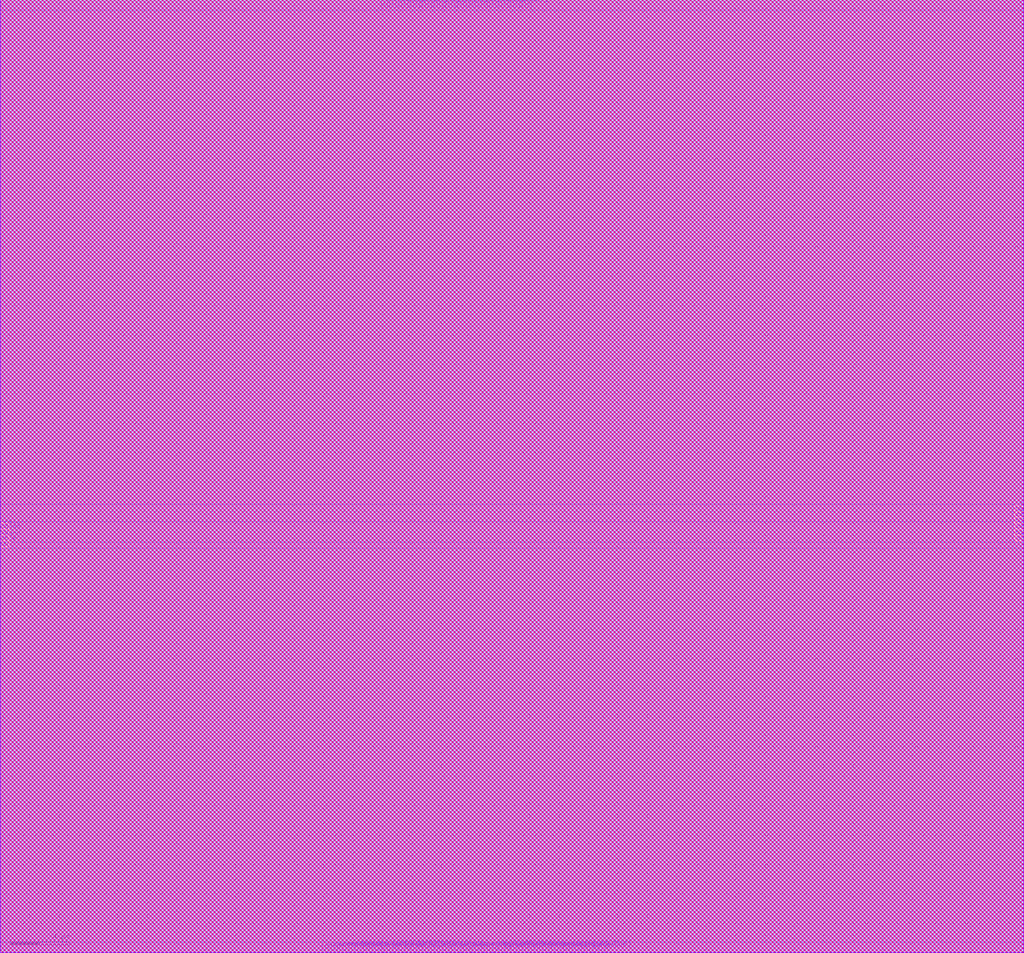
<source format=lef>
##
## LEF for PtnCells ;
## created by Innovus v20.11-s130_1 on Wed Jan  8 22:03:52 2025
##

VERSION 5.8 ;

BUSBITCHARS "[]" ;
DIVIDERCHAR "/" ;

MACRO BATCHARGER_controller
  CLASS BLOCK ;
  SIZE 69.600000 BY 64.800000 ;
  FOREIGN BATCHARGER_controller 0.000000 0.000000 ;
  ORIGIN 0 0 ;
  SYMMETRY X Y R90 ;
  PIN cc
    DIRECTION OUTPUT ;
    USE SIGNAL ;
    PORT
      LAYER metal3 ;
        RECT 69.080000 30.100000 69.600000 30.300000 ;
    END
  END cc
  PIN tc
    DIRECTION OUTPUT ;
    USE SIGNAL ;
    PORT
      LAYER metal3 ;
        RECT 69.080000 29.300000 69.600000 29.500000 ;
    END
  END tc
  PIN cv
    DIRECTION OUTPUT ;
    USE SIGNAL ;
    PORT
      LAYER metal3 ;
        RECT 69.080000 29.700000 69.600000 29.900000 ;
    END
  END cv
  PIN imonen
    DIRECTION OUTPUT ;
    USE SIGNAL ;
    PORT
      LAYER metal3 ;
        RECT 69.080000 28.900000 69.600000 29.100000 ;
    END
  END imonen
  PIN vmonen
    DIRECTION OUTPUT ;
    USE SIGNAL ;
    PORT
      LAYER metal3 ;
        RECT 69.080000 28.100000 69.600000 28.300000 ;
    END
  END vmonen
  PIN tmonen
    DIRECTION OUTPUT ;
    USE SIGNAL ;
    PORT
      LAYER metal3 ;
        RECT 69.080000 28.500000 69.600000 28.700000 ;
    END
  END tmonen
  PIN vtok
    DIRECTION INPUT ;
    USE SIGNAL ;
    PORT
      LAYER metal2 ;
        RECT 35.700000 64.280000 35.900000 64.800000 ;
    END
  END vtok
  PIN vbat[7]
    DIRECTION INPUT ;
    USE SIGNAL ;
    PORT
      LAYER metal2 ;
        RECT 35.300000 64.280000 35.500000 64.800000 ;
    END
  END vbat[7]
  PIN vbat[6]
    DIRECTION INPUT ;
    USE SIGNAL ;
    PORT
      LAYER metal2 ;
        RECT 34.900000 64.280000 35.100000 64.800000 ;
    END
  END vbat[6]
  PIN vbat[5]
    DIRECTION INPUT ;
    USE SIGNAL ;
    PORT
      LAYER metal2 ;
        RECT 34.500000 64.280000 34.700000 64.800000 ;
    END
  END vbat[5]
  PIN vbat[4]
    DIRECTION INPUT ;
    USE SIGNAL ;
    PORT
      LAYER metal2 ;
        RECT 34.100000 64.280000 34.300000 64.800000 ;
    END
  END vbat[4]
  PIN vbat[3]
    DIRECTION INPUT ;
    USE SIGNAL ;
    PORT
      LAYER metal2 ;
        RECT 33.700000 64.280000 33.900000 64.800000 ;
    END
  END vbat[3]
  PIN vbat[2]
    DIRECTION INPUT ;
    USE SIGNAL ;
    PORT
      LAYER metal2 ;
        RECT 33.300000 64.280000 33.500000 64.800000 ;
    END
  END vbat[2]
  PIN vbat[1]
    DIRECTION INPUT ;
    USE SIGNAL ;
    PORT
      LAYER metal2 ;
        RECT 32.900000 64.280000 33.100000 64.800000 ;
    END
  END vbat[1]
  PIN vbat[0]
    DIRECTION INPUT ;
    USE SIGNAL ;
    PORT
      LAYER metal2 ;
        RECT 32.500000 64.280000 32.700000 64.800000 ;
    END
  END vbat[0]
  PIN ibat[7]
    DIRECTION INPUT ;
    USE SIGNAL ;
    PORT
      LAYER metal2 ;
        RECT 28.900000 64.280000 29.100000 64.800000 ;
    END
  END ibat[7]
  PIN ibat[6]
    DIRECTION INPUT ;
    USE SIGNAL ;
    PORT
      LAYER metal2 ;
        RECT 28.500000 64.280000 28.700000 64.800000 ;
    END
  END ibat[6]
  PIN ibat[5]
    DIRECTION INPUT ;
    USE SIGNAL ;
    PORT
      LAYER metal2 ;
        RECT 28.100000 64.280000 28.300000 64.800000 ;
    END
  END ibat[5]
  PIN ibat[4]
    DIRECTION INPUT ;
    USE SIGNAL ;
    PORT
      LAYER metal2 ;
        RECT 27.700000 64.280000 27.900000 64.800000 ;
    END
  END ibat[4]
  PIN ibat[3]
    DIRECTION INPUT ;
    USE SIGNAL ;
    PORT
      LAYER metal2 ;
        RECT 27.300000 64.280000 27.500000 64.800000 ;
    END
  END ibat[3]
  PIN ibat[2]
    DIRECTION INPUT ;
    USE SIGNAL ;
    PORT
      LAYER metal2 ;
        RECT 26.900000 64.280000 27.100000 64.800000 ;
    END
  END ibat[2]
  PIN ibat[1]
    DIRECTION INPUT ;
    USE SIGNAL ;
    PORT
      LAYER metal2 ;
        RECT 26.500000 64.280000 26.700000 64.800000 ;
    END
  END ibat[1]
  PIN ibat[0]
    DIRECTION INPUT ;
    USE SIGNAL ;
    PORT
      LAYER metal2 ;
        RECT 26.100000 64.280000 26.300000 64.800000 ;
    END
  END ibat[0]
  PIN tbat[7]
    DIRECTION INPUT ;
    USE SIGNAL ;
    PORT
      LAYER metal2 ;
        RECT 32.100000 64.280000 32.300000 64.800000 ;
    END
  END tbat[7]
  PIN tbat[6]
    DIRECTION INPUT ;
    USE SIGNAL ;
    PORT
      LAYER metal2 ;
        RECT 31.700000 64.280000 31.900000 64.800000 ;
    END
  END tbat[6]
  PIN tbat[5]
    DIRECTION INPUT ;
    USE SIGNAL ;
    PORT
      LAYER metal2 ;
        RECT 31.300000 64.280000 31.500000 64.800000 ;
    END
  END tbat[5]
  PIN tbat[4]
    DIRECTION INPUT ;
    USE SIGNAL ;
    PORT
      LAYER metal2 ;
        RECT 30.900000 64.280000 31.100000 64.800000 ;
    END
  END tbat[4]
  PIN tbat[3]
    DIRECTION INPUT ;
    USE SIGNAL ;
    PORT
      LAYER metal2 ;
        RECT 30.500000 64.280000 30.700000 64.800000 ;
    END
  END tbat[3]
  PIN tbat[2]
    DIRECTION INPUT ;
    USE SIGNAL ;
    PORT
      LAYER metal2 ;
        RECT 30.100000 64.280000 30.300000 64.800000 ;
    END
  END tbat[2]
  PIN tbat[1]
    DIRECTION INPUT ;
    USE SIGNAL ;
    PORT
      LAYER metal2 ;
        RECT 29.700000 64.280000 29.900000 64.800000 ;
    END
  END tbat[1]
  PIN tbat[0]
    DIRECTION INPUT ;
    USE SIGNAL ;
    PORT
      LAYER metal2 ;
        RECT 29.300000 64.280000 29.500000 64.800000 ;
    END
  END tbat[0]
  PIN vcutoff[7]
    DIRECTION INPUT ;
    USE SIGNAL ;
    PORT
      LAYER metal2 ;
        RECT 25.300000 0.000000 25.500000 0.520000 ;
    END
  END vcutoff[7]
  PIN vcutoff[6]
    DIRECTION INPUT ;
    USE SIGNAL ;
    PORT
      LAYER metal2 ;
        RECT 25.700000 0.000000 25.900000 0.520000 ;
    END
  END vcutoff[6]
  PIN vcutoff[5]
    DIRECTION INPUT ;
    USE SIGNAL ;
    PORT
      LAYER metal2 ;
        RECT 26.100000 0.000000 26.300000 0.520000 ;
    END
  END vcutoff[5]
  PIN vcutoff[4]
    DIRECTION INPUT ;
    USE SIGNAL ;
    PORT
      LAYER metal2 ;
        RECT 26.500000 0.000000 26.700000 0.520000 ;
    END
  END vcutoff[4]
  PIN vcutoff[3]
    DIRECTION INPUT ;
    USE SIGNAL ;
    PORT
      LAYER metal2 ;
        RECT 26.900000 0.000000 27.100000 0.520000 ;
    END
  END vcutoff[3]
  PIN vcutoff[2]
    DIRECTION INPUT ;
    USE SIGNAL ;
    PORT
      LAYER metal2 ;
        RECT 27.300000 0.000000 27.500000 0.520000 ;
    END
  END vcutoff[2]
  PIN vcutoff[1]
    DIRECTION INPUT ;
    USE SIGNAL ;
    PORT
      LAYER metal2 ;
        RECT 27.700000 0.000000 27.900000 0.520000 ;
    END
  END vcutoff[1]
  PIN vcutoff[0]
    DIRECTION INPUT ;
    USE SIGNAL ;
    PORT
      LAYER metal2 ;
        RECT 28.100000 0.000000 28.300000 0.520000 ;
    END
  END vcutoff[0]
  PIN vpreset[7]
    DIRECTION INPUT ;
    USE SIGNAL ;
    PORT
      LAYER metal2 ;
        RECT 22.100000 0.000000 22.300000 0.520000 ;
    END
  END vpreset[7]
  PIN vpreset[6]
    DIRECTION INPUT ;
    USE SIGNAL ;
    PORT
      LAYER metal2 ;
        RECT 22.500000 0.000000 22.700000 0.520000 ;
    END
  END vpreset[6]
  PIN vpreset[5]
    DIRECTION INPUT ;
    USE SIGNAL ;
    PORT
      LAYER metal2 ;
        RECT 22.900000 0.000000 23.100000 0.520000 ;
    END
  END vpreset[5]
  PIN vpreset[4]
    DIRECTION INPUT ;
    USE SIGNAL ;
    PORT
      LAYER metal2 ;
        RECT 23.300000 0.000000 23.500000 0.520000 ;
    END
  END vpreset[4]
  PIN vpreset[3]
    DIRECTION INPUT ;
    USE SIGNAL ;
    PORT
      LAYER metal2 ;
        RECT 23.700000 0.000000 23.900000 0.520000 ;
    END
  END vpreset[3]
  PIN vpreset[2]
    DIRECTION INPUT ;
    USE SIGNAL ;
    PORT
      LAYER metal2 ;
        RECT 24.100000 0.000000 24.300000 0.520000 ;
    END
  END vpreset[2]
  PIN vpreset[1]
    DIRECTION INPUT ;
    USE SIGNAL ;
    PORT
      LAYER metal2 ;
        RECT 24.500000 0.000000 24.700000 0.520000 ;
    END
  END vpreset[1]
  PIN vpreset[0]
    DIRECTION INPUT ;
    USE SIGNAL ;
    PORT
      LAYER metal2 ;
        RECT 24.900000 0.000000 25.100000 0.520000 ;
    END
  END vpreset[0]
  PIN tempmin[7]
    DIRECTION INPUT ;
    USE SIGNAL ;
    PORT
      LAYER metal2 ;
        RECT 31.700000 0.000000 31.900000 0.520000 ;
    END
  END tempmin[7]
  PIN tempmin[6]
    DIRECTION INPUT ;
    USE SIGNAL ;
    PORT
      LAYER metal2 ;
        RECT 32.100000 0.000000 32.300000 0.520000 ;
    END
  END tempmin[6]
  PIN tempmin[5]
    DIRECTION INPUT ;
    USE SIGNAL ;
    PORT
      LAYER metal2 ;
        RECT 32.500000 0.000000 32.700000 0.520000 ;
    END
  END tempmin[5]
  PIN tempmin[4]
    DIRECTION INPUT ;
    USE SIGNAL ;
    PORT
      LAYER metal2 ;
        RECT 32.900000 0.000000 33.100000 0.520000 ;
    END
  END tempmin[4]
  PIN tempmin[3]
    DIRECTION INPUT ;
    USE SIGNAL ;
    PORT
      LAYER metal2 ;
        RECT 33.300000 0.000000 33.500000 0.520000 ;
    END
  END tempmin[3]
  PIN tempmin[2]
    DIRECTION INPUT ;
    USE SIGNAL ;
    PORT
      LAYER metal2 ;
        RECT 33.700000 0.000000 33.900000 0.520000 ;
    END
  END tempmin[2]
  PIN tempmin[1]
    DIRECTION INPUT ;
    USE SIGNAL ;
    PORT
      LAYER metal2 ;
        RECT 34.100000 0.000000 34.300000 0.520000 ;
    END
  END tempmin[1]
  PIN tempmin[0]
    DIRECTION INPUT ;
    USE SIGNAL ;
    PORT
      LAYER metal2 ;
        RECT 34.500000 0.000000 34.700000 0.520000 ;
    END
  END tempmin[0]
  PIN tempmax[7]
    DIRECTION INPUT ;
    USE SIGNAL ;
    PORT
      LAYER metal2 ;
        RECT 34.900000 0.000000 35.100000 0.520000 ;
    END
  END tempmax[7]
  PIN tempmax[6]
    DIRECTION INPUT ;
    USE SIGNAL ;
    PORT
      LAYER metal2 ;
        RECT 35.300000 0.000000 35.500000 0.520000 ;
    END
  END tempmax[6]
  PIN tempmax[5]
    DIRECTION INPUT ;
    USE SIGNAL ;
    PORT
      LAYER metal2 ;
        RECT 35.700000 0.000000 35.900000 0.520000 ;
    END
  END tempmax[5]
  PIN tempmax[4]
    DIRECTION INPUT ;
    USE SIGNAL ;
    PORT
      LAYER metal2 ;
        RECT 36.100000 0.000000 36.300000 0.520000 ;
    END
  END tempmax[4]
  PIN tempmax[3]
    DIRECTION INPUT ;
    USE SIGNAL ;
    PORT
      LAYER metal2 ;
        RECT 36.500000 0.000000 36.700000 0.520000 ;
    END
  END tempmax[3]
  PIN tempmax[2]
    DIRECTION INPUT ;
    USE SIGNAL ;
    PORT
      LAYER metal2 ;
        RECT 36.900000 0.000000 37.100000 0.520000 ;
    END
  END tempmax[2]
  PIN tempmax[1]
    DIRECTION INPUT ;
    USE SIGNAL ;
    PORT
      LAYER metal2 ;
        RECT 37.300000 0.000000 37.500000 0.520000 ;
    END
  END tempmax[1]
  PIN tempmax[0]
    DIRECTION INPUT ;
    USE SIGNAL ;
    PORT
      LAYER metal2 ;
        RECT 37.700000 0.000000 37.900000 0.520000 ;
    END
  END tempmax[0]
  PIN tmax[7]
    DIRECTION INPUT ;
    USE SIGNAL ;
    PORT
      LAYER metal2 ;
        RECT 28.500000 0.000000 28.700000 0.520000 ;
    END
  END tmax[7]
  PIN tmax[6]
    DIRECTION INPUT ;
    USE SIGNAL ;
    PORT
      LAYER metal2 ;
        RECT 28.900000 0.000000 29.100000 0.520000 ;
    END
  END tmax[6]
  PIN tmax[5]
    DIRECTION INPUT ;
    USE SIGNAL ;
    PORT
      LAYER metal2 ;
        RECT 29.300000 0.000000 29.500000 0.520000 ;
    END
  END tmax[5]
  PIN tmax[4]
    DIRECTION INPUT ;
    USE SIGNAL ;
    PORT
      LAYER metal2 ;
        RECT 29.700000 0.000000 29.900000 0.520000 ;
    END
  END tmax[4]
  PIN tmax[3]
    DIRECTION INPUT ;
    USE SIGNAL ;
    PORT
      LAYER metal2 ;
        RECT 30.100000 0.000000 30.300000 0.520000 ;
    END
  END tmax[3]
  PIN tmax[2]
    DIRECTION INPUT ;
    USE SIGNAL ;
    PORT
      LAYER metal2 ;
        RECT 30.500000 0.000000 30.700000 0.520000 ;
    END
  END tmax[2]
  PIN tmax[1]
    DIRECTION INPUT ;
    USE SIGNAL ;
    PORT
      LAYER metal2 ;
        RECT 30.900000 0.000000 31.100000 0.520000 ;
    END
  END tmax[1]
  PIN tmax[0]
    DIRECTION INPUT ;
    USE SIGNAL ;
    PORT
      LAYER metal2 ;
        RECT 31.300000 0.000000 31.500000 0.520000 ;
    END
  END tmax[0]
  PIN iend[7]
    DIRECTION INPUT ;
    USE SIGNAL ;
    PORT
      LAYER metal2 ;
        RECT 38.100000 0.000000 38.300000 0.520000 ;
    END
  END iend[7]
  PIN iend[6]
    DIRECTION INPUT ;
    USE SIGNAL ;
    PORT
      LAYER metal2 ;
        RECT 38.500000 0.000000 38.700000 0.520000 ;
    END
  END iend[6]
  PIN iend[5]
    DIRECTION INPUT ;
    USE SIGNAL ;
    PORT
      LAYER metal2 ;
        RECT 38.900000 0.000000 39.100000 0.520000 ;
    END
  END iend[5]
  PIN iend[4]
    DIRECTION INPUT ;
    USE SIGNAL ;
    PORT
      LAYER metal2 ;
        RECT 39.300000 0.000000 39.500000 0.520000 ;
    END
  END iend[4]
  PIN iend[3]
    DIRECTION INPUT ;
    USE SIGNAL ;
    PORT
      LAYER metal2 ;
        RECT 39.700000 0.000000 39.900000 0.520000 ;
    END
  END iend[3]
  PIN iend[2]
    DIRECTION INPUT ;
    USE SIGNAL ;
    PORT
      LAYER metal2 ;
        RECT 40.100000 0.000000 40.300000 0.520000 ;
    END
  END iend[2]
  PIN iend[1]
    DIRECTION INPUT ;
    USE SIGNAL ;
    PORT
      LAYER metal2 ;
        RECT 40.500000 0.000000 40.700000 0.520000 ;
    END
  END iend[1]
  PIN iend[0]
    DIRECTION INPUT ;
    USE SIGNAL ;
    PORT
      LAYER metal2 ;
        RECT 40.900000 0.000000 41.100000 0.520000 ;
    END
  END iend[0]
  PIN clk
    DIRECTION INPUT ;
    USE SIGNAL ;
    PORT
      LAYER metal3 ;
        RECT 0.000000 27.700000 0.520000 27.900000 ;
    END
  END clk
  PIN rstz
    DIRECTION INPUT ;
    USE SIGNAL ;
    PORT
      LAYER metal3 ;
        RECT 0.000000 28.900000 0.520000 29.100000 ;
    END
  END rstz
  PIN dvdd
    DIRECTION INOUT ;
    USE POWER ;
    PORT
      LAYER metal3 ;
        RECT 0.000000 28.500000 0.520000 28.700000 ;
    END
  END dvdd
  PIN dgnd
    DIRECTION INOUT ;
    USE GROUND ;
    PORT
      LAYER metal3 ;
        RECT 0.000000 28.100000 0.520000 28.300000 ;
    END
  END dgnd
  OBS
    LAYER metal1 ;
      RECT 0.000000 0.000000 69.600000 64.800000 ;
    LAYER metal2 ;
      RECT 36.100000 64.080000 69.600000 64.800000 ;
      RECT 0.000000 64.080000 25.900000 64.800000 ;
      RECT 0.000000 0.720000 69.600000 64.080000 ;
      RECT 41.300000 0.000000 69.600000 0.720000 ;
      RECT 0.000000 0.000000 21.900000 0.720000 ;
    LAYER metal3 ;
      RECT 0.000000 30.500000 69.600000 64.800000 ;
      RECT 0.000000 29.300000 68.880000 30.500000 ;
      RECT 0.720000 27.900000 68.880000 29.300000 ;
      RECT 0.720000 27.500000 69.600000 27.900000 ;
      RECT 0.000000 0.000000 69.600000 27.500000 ;
    LAYER metal4 ;
      RECT 0.000000 0.000000 69.600000 64.800000 ;
    LAYER metal5 ;
      RECT 0.000000 0.000000 69.600000 64.800000 ;
    LAYER metal6 ;
      RECT 0.000000 0.000000 69.600000 64.800000 ;
    LAYER metal7 ;
      RECT 0.000000 0.000000 69.600000 64.800000 ;
    LAYER metal8 ;
      RECT 0.000000 0.000000 69.600000 64.800000 ;
  END
END BATCHARGER_controller

END LIBRARY

</source>
